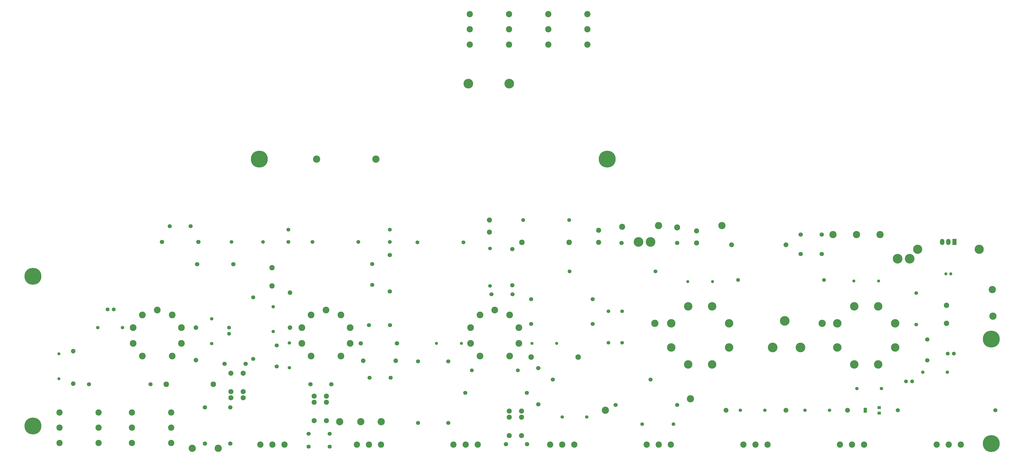
<source format=gbs>
G04 #@! TF.GenerationSoftware,KiCad,Pcbnew,9.0.4*
G04 #@! TF.CreationDate,2025-10-07T22:59:05+02:00*
G04 #@! TF.ProjectId,wb50,77623530-2e6b-4696-9361-645f70636258,rev?*
G04 #@! TF.SameCoordinates,Original*
G04 #@! TF.FileFunction,Soldermask,Bot*
G04 #@! TF.FilePolarity,Negative*
%FSLAX46Y46*%
G04 Gerber Fmt 4.6, Leading zero omitted, Abs format (unit mm)*
G04 Created by KiCad (PCBNEW 9.0.4) date 2025-10-07 22:59:05*
%MOMM*%
%LPD*%
G01*
G04 APERTURE LIST*
%ADD10C,3.900000*%
%ADD11C,7.000000*%
%ADD12C,1.800000*%
%ADD13C,3.000000*%
%ADD14C,2.100000*%
%ADD15C,1.300000*%
%ADD16C,2.600000*%
%ADD17C,1.400000*%
%ADD18C,1.600000*%
%ADD19C,4.000000*%
%ADD20C,1.700000*%
%ADD21C,3.800000*%
%ADD22C,1.879604*%
%ADD23C,1.524003*%
%ADD24C,1.500000*%
%ADD25C,3.200000*%
%ADD26C,2.300000*%
%ADD27C,2.000000*%
%ADD28C,2.500000*%
%ADD29C,2.200000*%
%ADD30R,1.800000X2.600000*%
%ADD31O,1.800000X2.600000*%
%ADD32C,3.500000*%
%ADD33C,2.800000*%
%ADD34R,1.400000X1.300000*%
%ADD35R,1.400000X2.000000*%
G04 APERTURE END LIST*
D10*
G04 #@! TO.C,MH8*
X361500000Y-152000000D03*
D11*
X361500000Y-152000000D03*
G04 #@! TD*
D10*
G04 #@! TO.C,MH7*
X217500000Y-152000000D03*
D11*
X217500000Y-152000000D03*
G04 #@! TD*
D10*
G04 #@! TO.C,MH6*
X520500000Y-226500000D03*
D11*
X520500000Y-226500000D03*
G04 #@! TD*
D10*
G04 #@! TO.C,MH5*
X520500000Y-269750000D03*
D11*
X520500000Y-269750000D03*
G04 #@! TD*
D10*
G04 #@! TO.C,MH4*
X123750000Y-262500000D03*
D11*
X123750000Y-262500000D03*
G04 #@! TD*
D10*
G04 #@! TO.C,MH3*
X123750000Y-200500000D03*
D11*
X123750000Y-200500000D03*
G04 #@! TD*
D12*
G04 #@! TO.C,R7*
X205500000Y-254750000D03*
X205500000Y-269750000D03*
G04 #@! TD*
G04 #@! TO.C,D4*
X211850013Y-236750000D03*
X203149987Y-236750000D03*
G04 #@! TD*
D13*
G04 #@! TO.C,X-BS-2*
X268000000Y-260750000D03*
G04 #@! TD*
D14*
G04 #@! TO.C,C10*
X312750000Y-182250000D03*
X312750000Y-177250000D03*
G04 #@! TD*
D15*
G04 #@! TO.C,R17*
X301150114Y-228250000D03*
X290849886Y-228250000D03*
G04 #@! TD*
G04 #@! TO.C,C1*
X501750000Y-199500000D03*
X503750000Y-199500000D03*
G04 #@! TD*
D12*
G04 #@! TO.C,R16*
X333000000Y-253500000D03*
X333000000Y-238500000D03*
G04 #@! TD*
D14*
G04 #@! TO.C,RELAY1*
X210790005Y-250830010D03*
X210790005Y-248290005D03*
X210790005Y-240669990D03*
X205709995Y-240669990D03*
X205709995Y-248290005D03*
X205709995Y-250830010D03*
G04 #@! TD*
D16*
G04 #@! TO.C,J1*
X151000000Y-269500000D03*
X151000000Y-263200000D03*
X151000000Y-256900000D03*
X134800000Y-256900000D03*
X134800000Y-263200000D03*
X134800000Y-269500000D03*
G04 #@! TD*
D17*
G04 #@! TO.C,R28*
X464899924Y-247000000D03*
X475100076Y-247000000D03*
G04 #@! TD*
D18*
G04 #@! TO.C,U30*
X345969964Y-198500000D03*
X381530036Y-198500000D03*
G04 #@! TD*
D16*
G04 #@! TO.C,RV4*
X377900000Y-270200000D03*
X382900000Y-270200000D03*
X387900000Y-270200000D03*
G04 #@! TD*
D19*
G04 #@! TO.C,X9*
X321000000Y-120750000D03*
G04 #@! TD*
D18*
G04 #@! TO.C,R27*
X258500000Y-186250000D03*
X239500000Y-186250000D03*
G04 #@! TD*
D20*
G04 #@! TO.C,U14*
X283250000Y-235750000D03*
X283250000Y-261250000D03*
G04 #@! TD*
D16*
G04 #@! TO.C,MH2*
X515540259Y-189354953D03*
D21*
X515540259Y-189354953D03*
G04 #@! TD*
D12*
G04 #@! TO.C,D2*
X441649987Y-191250000D03*
X450350013Y-191250000D03*
G04 #@! TD*
D14*
G04 #@! TO.C,C8*
X398500000Y-186750000D03*
X398500000Y-181750000D03*
G04 #@! TD*
D18*
G04 #@! TO.C,U29*
X451280036Y-202000000D03*
X415719964Y-202000000D03*
G04 #@! TD*
G04 #@! TO.C,C14*
X505020003Y-232500000D03*
X502479997Y-232500000D03*
G04 #@! TD*
D22*
G04 #@! TO.C,R6*
X191250000Y-235250064D03*
X191250000Y-221749936D03*
G04 #@! TD*
D23*
G04 #@! TO.C,U20*
X313000000Y-189000064D03*
X313000000Y-204499936D03*
G04 #@! TD*
D24*
G04 #@! TO.C,U22*
X375999873Y-261750000D03*
X389000127Y-261750000D03*
G04 #@! TD*
D20*
G04 #@! TO.C,U13*
X262900000Y-220750000D03*
X271600000Y-220750000D03*
G04 #@! TD*
D16*
G04 #@! TO.C,RV1*
X497900000Y-270200000D03*
X502900000Y-270200000D03*
X507900000Y-270200000D03*
G04 #@! TD*
D13*
G04 #@! TO.C,X-BS-1*
X250750000Y-260750000D03*
G04 #@! TD*
D20*
G04 #@! TO.C,U9*
X237900000Y-271000000D03*
X246600000Y-271000000D03*
G04 #@! TD*
D17*
G04 #@! TO.C,R21*
X342899924Y-258750000D03*
X353100076Y-258750000D03*
G04 #@! TD*
D13*
G04 #@! TO.C,Audio-B1*
X381250000Y-220000000D03*
G04 #@! TD*
D20*
G04 #@! TO.C,U11*
X224750000Y-237850000D03*
X224750000Y-229150000D03*
G04 #@! TD*
D13*
G04 #@! TO.C,AC-IN1*
X455000000Y-183250000D03*
G04 #@! TD*
D20*
G04 #@! TO.C,U10*
X237900000Y-265750000D03*
X246600000Y-265750000D03*
G04 #@! TD*
D18*
G04 #@! TO.C,C12*
X229500000Y-186290005D03*
X229500000Y-181209995D03*
G04 #@! TD*
D12*
G04 #@! TO.C,R3*
X192250000Y-186250000D03*
X177250000Y-186250000D03*
G04 #@! TD*
D25*
G04 #@! TO.C,U1*
X490040246Y-189354953D03*
X515540373Y-189354953D03*
G04 #@! TD*
D13*
G04 #@! TO.C,X2*
X189750000Y-271750000D03*
G04 #@! TD*
G04 #@! TO.C,THUMP1*
X360750000Y-256000000D03*
G04 #@! TD*
G04 #@! TO.C,AC-IN3*
X474500000Y-183250000D03*
G04 #@! TD*
D26*
G04 #@! TO.C,U18*
X329999936Y-234000000D03*
X349500064Y-234000000D03*
G04 #@! TD*
D20*
G04 #@! TO.C,U7*
X147000000Y-245250000D03*
X172500000Y-245250000D03*
G04 #@! TD*
D13*
G04 #@! TO.C,THUMP2*
X396000000Y-251250000D03*
G04 #@! TD*
D16*
G04 #@! TO.C,J3*
X304650000Y-91950000D03*
X304650000Y-98250000D03*
X304650000Y-104550000D03*
X320850000Y-104550000D03*
X320850000Y-98250000D03*
X320850000Y-91950000D03*
G04 #@! TD*
D13*
G04 #@! TO.C,AC-IN4*
X521000000Y-206000000D03*
G04 #@! TD*
D18*
G04 #@! TO.C,R19*
X305500000Y-239500000D03*
X324500000Y-239500000D03*
G04 #@! TD*
D17*
G04 #@! TO.C,R4*
X160850076Y-221750000D03*
X150649924Y-221750000D03*
G04 #@! TD*
D12*
G04 #@! TO.C,D6*
X319649987Y-270000000D03*
X328350013Y-270000000D03*
G04 #@! TD*
D14*
G04 #@! TO.C,RELAY2*
X240209995Y-250169990D03*
X240209995Y-252709995D03*
X240209995Y-260330010D03*
X245290005Y-260330010D03*
X245290005Y-252709995D03*
X245290005Y-250169990D03*
G04 #@! TD*
D13*
G04 #@! TO.C,Audo-From-FX1*
X241250000Y-152000000D03*
G04 #@! TD*
D24*
G04 #@! TO.C,R32*
X489500000Y-207499873D03*
X489500000Y-220500127D03*
G04 #@! TD*
D13*
G04 #@! TO.C,X-BS-3*
X259500000Y-260750000D03*
G04 #@! TD*
D16*
G04 #@! TO.C,MH1*
X490040259Y-189354953D03*
D21*
X490040259Y-189354953D03*
G04 #@! TD*
D27*
G04 #@! TO.C,U31*
X435499936Y-187500000D03*
X413000064Y-187500000D03*
G04 #@! TD*
D20*
G04 #@! TO.C,U21*
X313650000Y-208000000D03*
X322350000Y-208000000D03*
G04 #@! TD*
D15*
G04 #@! TO.C,R22*
X463599886Y-202500000D03*
X473900114Y-202500000D03*
G04 #@! TD*
D12*
G04 #@! TO.C,R12*
X271500000Y-191750000D03*
X271500000Y-206750000D03*
G04 #@! TD*
D19*
G04 #@! TO.C,X12*
X304000000Y-120750000D03*
G04 #@! TD*
D13*
G04 #@! TO.C,HV-OT2*
X382750000Y-179500000D03*
G04 #@! TD*
D19*
G04 #@! TO.C,AC-IN8*
X430000000Y-230000000D03*
G04 #@! TD*
D16*
G04 #@! TO.C,RV3*
X417900000Y-270200000D03*
X422900000Y-270200000D03*
X427900000Y-270200000D03*
G04 #@! TD*
D19*
G04 #@! TO.C,AC-IN6*
X441500000Y-230000000D03*
G04 #@! TD*
D15*
G04 #@! TO.C,R23*
X394849886Y-202750000D03*
X405150114Y-202750000D03*
G04 #@! TD*
D20*
G04 #@! TO.C,U17*
X328250000Y-248750000D03*
X302750000Y-248750000D03*
G04 #@! TD*
D13*
G04 #@! TO.C,Audio-To-FX1*
X265750000Y-152000000D03*
G04 #@! TD*
D28*
G04 #@! TO.C,Choke1*
X390500000Y-180250000D03*
G04 #@! TD*
D20*
G04 #@! TO.C,U16*
X263150000Y-242500000D03*
X271850000Y-242500000D03*
G04 #@! TD*
D16*
G04 #@! TO.C,RV2*
X457900000Y-270200000D03*
X462900000Y-270200000D03*
X467900000Y-270200000D03*
G04 #@! TD*
D24*
G04 #@! TO.C,U4*
X219000127Y-186250000D03*
X205999873Y-186250000D03*
G04 #@! TD*
D13*
G04 #@! TO.C,AC-IN2*
X464750000Y-183250000D03*
G04 #@! TD*
D14*
G04 #@! TO.C,RELAY3*
X321000000Y-256339980D03*
X321000000Y-258879985D03*
X321000000Y-266500000D03*
X326080010Y-266500000D03*
X326080010Y-258879985D03*
X326080010Y-256339980D03*
G04 #@! TD*
D18*
G04 #@! TO.C,R26*
X302000000Y-186500000D03*
X283000000Y-186500000D03*
G04 #@! TD*
D14*
G04 #@! TO.C,C9*
X358000000Y-186500000D03*
X358000000Y-181500000D03*
G04 #@! TD*
D12*
G04 #@! TO.C,R14*
X259500000Y-228250000D03*
X274500000Y-228250000D03*
G04 #@! TD*
D13*
G04 #@! TO.C,AC-IN5*
X521250000Y-217000000D03*
G04 #@! TD*
G04 #@! TO.C,X1*
X200500000Y-271750000D03*
G04 #@! TD*
D20*
G04 #@! TO.C,U8*
X215000000Y-209250000D03*
X215000000Y-234750000D03*
G04 #@! TD*
D22*
G04 #@! TO.C,R15*
X260499936Y-235500000D03*
X274000064Y-235500000D03*
G04 #@! TD*
D20*
G04 #@! TO.C,U15*
X295750000Y-235750000D03*
X295750000Y-261250000D03*
G04 #@! TD*
D13*
G04 #@! TO.C,Audio-A1*
X450500000Y-220000000D03*
G04 #@! TD*
D17*
G04 #@! TO.C,R10*
X230000000Y-238350076D03*
X230000000Y-228149924D03*
G04 #@! TD*
D12*
G04 #@! TO.C,D5*
X238649987Y-245250000D03*
X247350013Y-245250000D03*
G04 #@! TD*
D17*
G04 #@! TO.C,R31*
X426850076Y-256000000D03*
X416649924Y-256000000D03*
G04 #@! TD*
D19*
G04 #@! TO.C,AC-IN7*
X435000000Y-219000000D03*
G04 #@! TD*
D22*
G04 #@! TO.C,R13*
X230250000Y-221749936D03*
X230250000Y-207250064D03*
G04 #@! TD*
D16*
G04 #@! TO.C,RV7*
X257900000Y-270200000D03*
X262900000Y-270200000D03*
X267900000Y-270200000D03*
G04 #@! TD*
D26*
G04 #@! TO.C,U5*
X178999936Y-245250000D03*
X198500064Y-245250000D03*
G04 #@! TD*
D20*
G04 #@! TO.C,U23*
X379450000Y-243250000D03*
X339050000Y-243250000D03*
G04 #@! TD*
D17*
G04 #@! TO.C,R30*
X453600076Y-256000000D03*
X443399924Y-256000000D03*
G04 #@! TD*
D26*
G04 #@! TO.C,U32*
X345750064Y-186500000D03*
X326249936Y-186500000D03*
G04 #@! TD*
D12*
G04 #@! TO.C,D1*
X441649987Y-183250000D03*
X450350013Y-183250000D03*
G04 #@! TD*
D20*
G04 #@! TO.C,U26*
X330000000Y-210000000D03*
X355500000Y-210000000D03*
G04 #@! TD*
D12*
G04 #@! TO.C,R24*
X390500127Y-186750000D03*
X367499873Y-186750000D03*
G04 #@! TD*
D29*
G04 #@! TO.C,C2*
X502000000Y-212500064D03*
X502000000Y-219999936D03*
G04 #@! TD*
D12*
G04 #@! TO.C,R20*
X322250000Y-189250000D03*
X322250000Y-204250000D03*
G04 #@! TD*
D22*
G04 #@! TO.C,R1*
X140500000Y-245000064D03*
X140500000Y-231499936D03*
G04 #@! TD*
D20*
G04 #@! TO.C,U12*
X264250000Y-195400000D03*
X264250000Y-204100000D03*
G04 #@! TD*
D29*
G04 #@! TO.C,C7*
X222750000Y-204499936D03*
X222750000Y-197000064D03*
G04 #@! TD*
D20*
G04 #@! TO.C,U6*
X189100000Y-179750000D03*
X180400000Y-179750000D03*
G04 #@! TD*
D18*
G04 #@! TO.C,R25*
X345750000Y-177250000D03*
X326750000Y-177250000D03*
G04 #@! TD*
D12*
G04 #@! TO.C,R5*
X195000000Y-254750000D03*
X195000000Y-269750000D03*
G04 #@! TD*
D18*
G04 #@! TO.C,C5*
X157270003Y-214250000D03*
X154729997Y-214250000D03*
G04 #@! TD*
D16*
G04 #@! TO.C,J2*
X181000000Y-269500000D03*
X181000000Y-263200000D03*
X181000000Y-256900000D03*
X164800000Y-256900000D03*
X164800000Y-263200000D03*
X164800000Y-269500000D03*
G04 #@! TD*
D30*
G04 #@! TO.C,U2*
X505330264Y-186259906D03*
D31*
X502790259Y-186259906D03*
X500250000Y-186250000D03*
G04 #@! TD*
D20*
G04 #@! TO.C,U25*
X330000000Y-220250000D03*
X355500000Y-220250000D03*
G04 #@! TD*
D18*
G04 #@! TO.C,C11*
X271500000Y-186330010D03*
X271500000Y-181250000D03*
G04 #@! TD*
D24*
G04 #@! TO.C,U28*
X367750000Y-228000127D03*
X367750000Y-214999873D03*
G04 #@! TD*
D15*
G04 #@! TO.C,R2*
X134500000Y-242900114D03*
X134500000Y-232599886D03*
G04 #@! TD*
D13*
G04 #@! TO.C,HV-OT1*
X409000000Y-179500000D03*
G04 #@! TD*
D15*
G04 #@! TO.C,R18*
X330349886Y-228250000D03*
X340650114Y-228250000D03*
G04 #@! TD*
D16*
G04 #@! TO.C,RV5*
X337900000Y-270200000D03*
X342900000Y-270200000D03*
X347900000Y-270200000D03*
G04 #@! TD*
G04 #@! TO.C,RV6*
X297900000Y-270200000D03*
X302900000Y-270200000D03*
X307900000Y-270200000D03*
G04 #@! TD*
G04 #@! TO.C,J4*
X337150000Y-91950000D03*
X337150000Y-98250000D03*
X337150000Y-104550000D03*
X353350000Y-104550000D03*
X353350000Y-98250000D03*
X353350000Y-91950000D03*
G04 #@! TD*
D20*
G04 #@! TO.C,U24*
X365000000Y-253750000D03*
X390500000Y-253750000D03*
G04 #@! TD*
D17*
G04 #@! TO.C,R11*
X223250000Y-223350076D03*
X223250000Y-213149924D03*
G04 #@! TD*
D12*
G04 #@! TO.C,D3*
X494000000Y-226649987D03*
X494000000Y-235350013D03*
G04 #@! TD*
D18*
G04 #@! TO.C,C6*
X205000000Y-224270003D03*
X205000000Y-221729997D03*
G04 #@! TD*
D12*
G04 #@! TO.C,R9*
X206750000Y-195500000D03*
X191750000Y-195500000D03*
G04 #@! TD*
D16*
G04 #@! TO.C,RV8*
X217900000Y-270200000D03*
X222900000Y-270200000D03*
X227900000Y-270200000D03*
G04 #@! TD*
D18*
G04 #@! TO.C,C13*
X487770003Y-244000000D03*
X485229997Y-244000000D03*
G04 #@! TD*
D20*
G04 #@! TO.C,U19*
X481800000Y-256000000D03*
X522200000Y-256000000D03*
G04 #@! TD*
D17*
G04 #@! TO.C,R8*
X197750000Y-228350076D03*
X197750000Y-218149924D03*
G04 #@! TD*
D28*
G04 #@! TO.C,Choke2*
X367750000Y-180000000D03*
G04 #@! TD*
D17*
G04 #@! TO.C,R29*
X492149924Y-240250000D03*
X502350076Y-240250000D03*
G04 #@! TD*
D24*
G04 #@! TO.C,U27*
X362000000Y-214999873D03*
X362000000Y-228000127D03*
G04 #@! TD*
D32*
G04 #@! TO.C,V4*
X463775000Y-237010000D03*
X456740000Y-229975000D03*
X456740000Y-220025000D03*
X463775000Y-212990000D03*
X473725000Y-212990000D03*
X480760000Y-220025000D03*
X480760000Y-229975000D03*
X473725000Y-237010000D03*
G04 #@! TD*
G04 #@! TO.C,V5*
X395025000Y-237010000D03*
X387990000Y-229975000D03*
X387990000Y-220025000D03*
X395025000Y-212990000D03*
X404975000Y-212990000D03*
X412010000Y-220025000D03*
X412010000Y-229975000D03*
X404975000Y-237010000D03*
G04 #@! TD*
D33*
G04 #@! TO.C,V2*
X238952978Y-233494490D03*
X235138522Y-228244821D03*
X235138907Y-221755322D03*
X238953028Y-216504980D03*
X245124665Y-214499989D03*
X251297022Y-216505510D03*
X255111478Y-221755179D03*
X255111093Y-228244678D03*
X251296972Y-233495020D03*
G04 #@! TD*
D27*
G04 #@! TO.C,BiasA1*
X461000000Y-256000000D03*
G04 #@! TD*
G04 #@! TO.C,GND-Mess1*
X435500000Y-256000000D03*
G04 #@! TD*
D33*
G04 #@! TO.C,V1*
X169077978Y-233494490D03*
X165263522Y-228244821D03*
X165263907Y-221755322D03*
X169078028Y-216504980D03*
X175249665Y-214499989D03*
X181422022Y-216505510D03*
X185236478Y-221755179D03*
X185236093Y-228244678D03*
X181421972Y-233495020D03*
G04 #@! TD*
G04 #@! TO.C,V3*
X308827978Y-233494490D03*
X305013522Y-228244821D03*
X305013907Y-221755322D03*
X308828028Y-216504980D03*
X314999665Y-214499989D03*
X321172022Y-216505510D03*
X324986478Y-221755179D03*
X324986093Y-228244678D03*
X321171972Y-233495020D03*
G04 #@! TD*
D34*
G04 #@! TO.C,U33*
X474149949Y-257150114D03*
D35*
X468350051Y-256000000D03*
D34*
X474149949Y-254849886D03*
G04 #@! TD*
D27*
G04 #@! TO.C,BiasB1*
X410750000Y-256000000D03*
G04 #@! TD*
D19*
G04 #@! TO.C,N2*
X379500000Y-186250000D03*
X374500000Y-186250000D03*
G04 #@! TD*
G04 #@! TO.C,N1*
X481750000Y-193250000D03*
X486750000Y-193250000D03*
G04 #@! TD*
M02*

</source>
